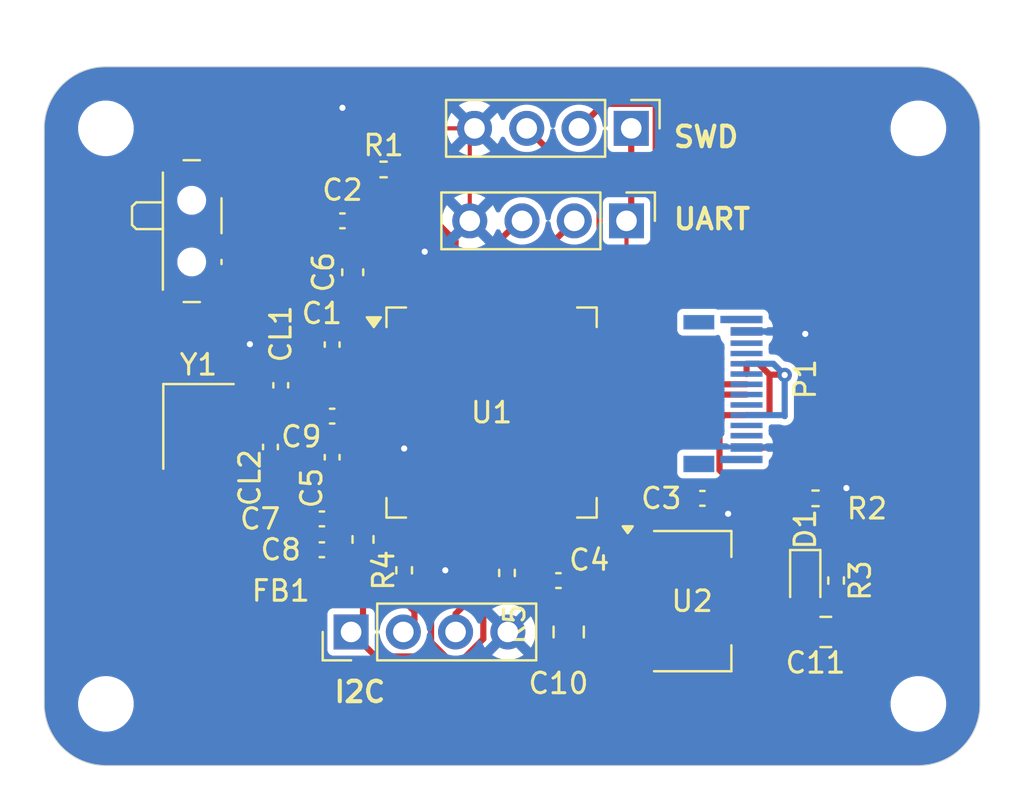
<source format=kicad_pcb>
(kicad_pcb (version 20241229) (generator "pcbnew") (generator_version "9.0")
  (layers (0 "F.Cu" signal) (2 "B.Cu" power) (13 "F.Paste" user) (15 "B.Paste" user) (5 "F.SilkS" user "F.Silkscreen") (7 "B.SilkS" user "B.Silkscreen") (1 "F.Mask" user) (3 "B.Mask" user) (25 "Edge.Cuts" user))
  (net 0 "")
  (net 1 "+3.3V")
  (net 2 "+3.3VA")
  (net 3 "/NRST")
  (net 4 "VBUS")
  (net 5 "GND")
  (net 6 "/HSE_OUT")
  (net 7 "/Power LED Cathode")
  (net 8 "/SYS_JTMS-SWDIO")
  (net 9 "/SYS_JTCK_SWCLK")
  (net 10 "/UART1_TX")
  (net 11 "/UART1_RX")
  (net 12 "/I2C2_SDA")
  (net 13 "/I2C2_SCL")
  (net 19 "/USB_OTG_FS_DM")
  (net 20 "/USB_OTG_FS_DP")
  (net 21 "Net-(SW1-A)")
  (net 22 "Net-(U1-BOOT0)")
  (net 66 "/HSE_IN")
  (footprint "Resistor_SMD:R_0402_1005Metric" (layer "F.Cu") (at 68.5 59 -90)
    (property "Reference" "R3")
    (property "Value" "1k5")
  )
  (footprint "Capacitor_SMD:C_0402_1005Metric" (layer "F.Cu") (at 41 52.5 -90)
    (property "Reference" "CL2")
    (property "Value" "10p")
  )
  (footprint "Capacitor_SMD:C_0805_2012Metric" (layer "F.Cu") (at 68 61.5)
    (property "Reference" "C11")
    (property "Value" "22u")
  )
  (footprint "Resistor_SMD:R_0402_1005Metric" (layer "F.Cu") (at 52.5 58.629084 90)
    (property "Reference" "R5")
    (property "Value" "1k5")
  )
  (footprint "Capacitor_SMD:C_0402_1005Metric" (layer "F.Cu") (at 44 51 180)
    (property "Reference" "C9")
    (property "Value" "100n")
  )
  (footprint "MountingHole:MountingHole_2.2mm_M2" (layer "F.Cu") (at 33 65)
    (property "Reference" "H1")
    (property "Value" "MountingHole")
  )
  (footprint "Capacitor_SMD:C_0402_1005Metric" (layer "F.Cu") (at 62 55)
    (property "Reference" "C3")
    (property "Value" "100n")
  )
  (footprint "Capacitor_SMD:C_0402_1005Metric" (layer "F.Cu") (at 41.5 49.5 90)
    (property "Reference" "CL1")
    (property "Value" "10p")
  )
  (footprint "Package_QFP:LQFP-64_10x10mm_P0.5mm" (layer "F.Cu") (at 51.75 50.825)
    (property "Reference" "U1")
    (property "Value" "STM32F405RGTx")
  )
  (footprint "Capacitor_SMD:C_0402_1005Metric" (layer "F.Cu") (at 44 47.52 -90)
    (property "Reference" "C1")
    (property "Value" "100n")
  )
  (footprint "Crystal:Crystal_SMD_3225-4Pin_3.2x2.5mm" (layer "F.Cu") (at 37.5 51.5 -90)
    (property "Reference" "Y1")
    (property "Value" "16Mhz")
  )
  (footprint "Resistor_SMD:R_0402_1005Metric" (layer "F.Cu") (at 47.5 58.5 -90)
    (property "Reference" "R4")
    (property "Value" "1k5")
  )
  (footprint "Package_TO_SOT_SMD:SOT-223-3_TabPin2" (layer "F.Cu") (at 61.5 60)
    (property "Reference" "U2")
    (property "Value" "AMS1117-3.3")
  )
  (footprint "Capacitor_SMD:C_0402_1005Metric" (layer "F.Cu") (at 55 59)
    (property "Reference" "C4")
    (property "Value" "100n")
  )
  (footprint "Capacitor_SMD:C_0402_1005Metric" (layer "F.Cu") (at 43.5 57.5 180)
    (property "Reference" "C8")
    (property "Value" "1u")
  )
  (footprint "Capacitor_SMD:C_0805_2012Metric" (layer "F.Cu") (at 55.5 61.5 -90)
    (property "Reference" "C10")
    (property "Value" "22u")
  )
  (footprint "MountingHole:MountingHole_2.2mm_M2" (layer "F.Cu") (at 72.5 65)
    (property "Reference" "H2")
    (property "Value" "MountingHole")
  )
  (footprint "Connector_USB:USB_C_Plug_JAE_DX07P024AJ1" (layer "F.Cu") (at 63 49.7025 90)
    (property "Reference" "P1")
    (property "Value" "USB_C_Plug_USB2.0")
  )
  (footprint "Connector_PinHeader_2.54mm:PinHeader_1x04_P2.54mm_Vertical" (layer "F.Cu") (at 58.54 37 -90)
    (property "Reference" "J1")
    (property "Value" "Conn_01x04_Pin")
  )
  (footprint "Button_Switch_SMD:SW_SPDT_PCM12" (layer "F.Cu") (at 37.5 42 -90)
    (property "Reference" "SW1")
    (property "Value" "SW_SPDT")
  )
  (footprint "LED_SMD:LED_0603_1608Metric" (layer "F.Cu") (at 67 59 -90)
    (property "Reference" "D1")
    (property "Value" "RED")
  )
  (footprint "Capacitor_SMD:C_0603_1608Metric" (layer "F.Cu") (at 45 44 90)
    (property "Reference" "C6")
    (property "Value" "10u")
  )
  (footprint "Capacitor_SMD:C_0402_1005Metric" (layer "F.Cu") (at 43.5 56 180)
    (property "Reference" "C7")
    (property "Value" "1u")
  )
  (footprint "Resistor_SMD:R_0402_1005Metric" (layer "F.Cu") (at 67.5 55)
    (property "Reference" "R2")
    (property "Value" "5k1")
  )
  (footprint "MountingHole:MountingHole_2.2mm_M2" (layer "F.Cu") (at 33 37)
    (property "Reference" "H4")
    (property "Value" "MountingHole")
  )
  (footprint "Capacitor_SMD:C_0402_1005Metric" (layer "F.Cu") (at 44 53 90)
    (property "Reference" "C5")
    (property "Value" "10n")
  )
  (footprint "Inductor_SMD:L_0603_1608Metric" (layer "F.Cu") (at 45.5 57 -90)
    (property "Reference" "FB1")
    (property "Value" "FerriteBead")
  )
  (footprint "Connector_PinHeader_2.54mm:PinHeader_1x04_P2.54mm_Vertical" (layer "F.Cu") (at 58.31 41.5 -90)
    (property "Reference" "J2")
    (property "Value" "Conn_01x04_Pin")
  )
  (footprint "Capacitor_SMD:C_0402_1005Metric" (layer "F.Cu") (at 44.5 41.5 180)
    (property "Reference" "C2")
    (property "Value" "100n")
  )
  (footprint "Resistor_SMD:R_0402_1005Metric" (layer "F.Cu") (at 46.5 39)
    (property "Reference" "R1")
    (property "Value" "10K")
  )
  (footprint "MountingHole:MountingHole_2.2mm_M2" (layer "F.Cu") (at 72.5 37)
    (property "Reference" "H3")
    (property "Value" "MountingHole")
  )
  (footprint "Connector_PinHeader_2.54mm:PinHeader_1x04_P2.54mm_Vertical" (layer "F.Cu") (at 44.92 61.5 90)
    (property "Reference" "J3")
    (property "Value" "Conn_01x04_Pin")
  )
  (gr_arc (start 33 68) (mid 30.87868 67.12132) (end 30 65) (stroke (width 0.05)) (layer "Edge.Cuts"))
  (gr_arc (start 75.5 65) (mid 74.62132 67.12132) (end 72.5 68) (stroke (width 0.05)) (layer "Edge.Cuts"))
  (gr_line (start 75.5 40.5) (end 75.5 37) (stroke (width 0.05)) (layer "Edge.Cuts"))
  (gr_line (start 30 37) (end 30 65) (stroke (width 0.05)) (layer "Edge.Cuts"))
  (gr_line (start 33 68) (end 72.5 68) (stroke (width 0.05)) (layer "Edge.Cuts"))
  (gr_line (start 68 34) (end 33 34) (stroke (width 0.05)) (layer "Edge.Cuts"))
  (gr_arc (start 72.5 34) (mid 74.62132 34.87868) (end 75.5 37) (stroke (width 0.05)) (layer "Edge.Cuts"))
  (gr_arc (start 30 37) (mid 30.87868 34.87868) (end 33 34) (stroke (width 0.05)) (layer "Edge.Cuts"))
  (gr_line (start 75.5 61) (end 75.5 40.5) (stroke (width 0.05)) (layer "Edge.Cuts"))
  (gr_line (start 75.5 61) (end 75.5 65) (stroke (width 0.05)) (layer "Edge.Cuts"))
  (gr_line (start 68 34) (end 72.5 34) (stroke (width 0.05)) (layer "Edge.Cuts"))
  (gr_text "SWD\n" (at 60.5 38 0) (layer "F.SilkS") (effects (font (size 1 1) (thickness 0.2)) (justify left bottom)))
  (gr_text "UART" (at 60.5 42 0) (layer "F.SilkS") (effects (font (size 1 1) (thickness 0.2) (bold yes)) (justify left bottom)))
  (gr_text "I2C" (at 44 65 0) (layer "F.SilkS") (effects (font (size 1 1) (thickness 0.2) (bold yes)) (justify left bottom)))
  (segment (start 51.249392 46.266) (end 50.750608 46.266) (width 0.3) (layer "F.Cu") (net 1))
  (segment (start 48.75 46.265392) (end 48.749392 46.266) (width 0.3) (layer "F.Cu") (net 1))
  (segment (start 56.492304 55.007696) (end 56.309 54.824392) (width 0.3) (layer "F.Cu") (net 1))
  (segment (start 48.250608 46.266) (end 48.009 46.024392) (width 0.3) (layer "F.Cu") (net 1))
  (segment (start 50.249392 57.616) (end 49.750608 57.616) (width 0.3) (layer "F.Cu") (net 1))
  (segment (start 53.249392 46.266) (end 52.750608 46.266) (width 0.3) (layer "F.Cu") (net 1))
  (segment (start 52.25 46.265392) (end 52.249392 46.266) (width 0.3) (layer "F.Cu") (net 1))
  (segment (start 51.750608 46.266) (end 51.75 46.265392) (width 0.3) (layer "F.Cu") (net 1))
  (segment (start 55.5 56) (end 56.492304 55.007696) (width 0.3) (layer "F.Cu") (net 1))
  (segment (start 44.775 45) (end 45 44.775) (width 0.3) (layer "F.Cu") (net 1))
  (segment (start 48.809 61.993329) (end 48.809 58.799) (width 0.3) (layer "F.Cu") (net 1))
  (segment (start 52.750608 46.266) (end 52.75 46.265392) (width 0.3) (layer "F.Cu") (net 1))
  (segment (start 50 59.5) (end 51 58.5) (width 0.3) (layer "F.Cu") (net 1))
  (segment (start 49.250608 46.266) (end 49.25 46.265392) (width 0.3) (layer "F.Cu") (net 1))
  (segment (start 67 59.7875) (end 64.8625 59.7875) (width 0.3) (layer "F.Cu") (net 1))
  (segment (start 48.505 58.495) (end 48 57.99) (width 0.3) (layer "F.Cu") (net 1))
  (segment (start 58.31 41.5) (end 58.31 46.19) (width 0.2) (layer "F.Cu") (net 1))
  (segment (start 58.35 60) (end 58.218188 60) (width 0.5) (layer "F.Cu") (net 1))
  (segment (start 56.309 47.325608) (end 56.559608 47.075) (width 0.3) (layer "F.Cu") (net 1))
  (segment (start 48 57.99) (end 47.5 57.99) (width 0.3) (layer "F.Cu") (net 1))
  (segment (start 50.249392 46.266) (end 49.750608 46.266) (width 0.3) (layer "F.Cu") (net 1))
  (segment (start 54.52 58.345392) (end 55.5 57.365392) (width 0.3) (layer "F.Cu") (net 1))
  (segment (start 54.52 59) (end 54.52 58.345392) (width 0.3) (layer "F.Cu") (net 1))
  (segment (start 67 59.7875) (end 67 61.45) (width 0.3) (layer "F.Cu") (net 1))
  (segment (start 48.009 46.024392) (end 48.009 46.006392) (width 0.3) (layer "F.Cu") (net 1))
  (segment (start 49.750608 57.616) (end 49.75 57.615392) (width 0.3) (layer "F.Cu") (net 1))
  (segment (start 58.31 46.19) (end 57.425 47.075) (width 0.2) (layer "F.Cu") (net 1))
  (segment (start 48.749392 46.266) (end 48.250608 46.266) (width 0.3) (layer "F.Cu") (net 1))
  (segment (start 50.75 46.265392) (end 50.749392 46.266) (width 0.3) (layer "F.Cu") (net 1))
  (segment (start 39.68 45) (end 44.775 45) (width 0.3) (layer "F.Cu") (net 1))
  (segment (start 53.250608 46.266) (end 53.25 46.265392) (width 0.3) (layer "F.Cu") (net 1))
  (segment (start 54.25 46.265392) (end 54.249392 46.266) (width 0.3) (layer "F.Cu") (net 1))
  (segment (start 52.5 59.139084) (end 51.349 60.290084) (width 0.3) (layer "F.Cu") (net 1))
  (segment (start 52.5 59.139084) (end 54.380916 59.139084) (width 0.3) (layer "F.Cu") (net 1))
  (segment (start 64.8625 59.7875) (end 64.65 60) (width 0.3) (layer "F.Cu") (net 1))
  (segment (start 49.750608 46.266) (end 49.75 46.265392) (width 0.3) (layer "F.Cu") (net 1))
  (segment (start 43.98 57.5) (end 45.2125 57.5) (width 0.3) (layer "F.Cu") (net 1))
  (segment (start 61.52 56.83) (end 58.35 60) (width 0.3) (layer "F.Cu") (net 1))
  (segment (start 50.250608 46.266) (end 50.25 46.265392) (width 0.3) (layer "F.Cu") (net 1))
  (segment (start 57.009 61.341) (end 57.009 62.971578) (width 0.3) (layer "F.Cu") (net 1))
  (segment (start 58.54 37) (end 58.54 41.27) (width 0.3) (layer "F.Cu") (net 1))
  (segment (start 38.829 44.351) (end 38.93 44.25) (width 0.3) (layer "F.Cu") (net 1))
  (segment (start 54.75 46.265392) (end 54.749392 46.266) (width 0.3) (layer "F.Cu") (net 1))
  (segment (start 50.25 46.265392) (end 50.249392 46.266) (width 0.3) (layer "F.Cu") (net 1))
  (segment (start 57.81 41) (end 58.501 41.691) (width 0.2) (layer "F.Cu") (net 1))
  (segment (start 36.319 43.852496) (end 36.817504 44.351) (width 0.3) (layer "F.Cu") (net 1))
  (segment (start 58.485884 55) (end 58.419884 55.066) (width 0.3) (layer "F.Cu") (net 1))
  (segment (start 52.249392 46.266) (end 51.750608 46.266) (width 0.3) (layer "F.Cu") (net 1))
  (segment (start 52.749392 46.266) (end 52.250608 46.266) (width 0.3) (layer "F.Cu") (net 1))
  (segment (start 54.750608 46.266) (end 54.75 46.265392) (width 0.3) (layer "F.Cu") (net 1))
  (segment (start 52.250608 46.266) (end 52.25 46.265392) (width 0.3) (layer "F.Cu") (net 1))
  (segment (start 45.04 46.04) (end 46.075 47.075) (width 0.3) (layer "F.Cu") (net 1))
  (segment (start 46.075 47.075) (end 46.940392 47.075) (width 0.3) (layer "F.Cu") (net 1))
  (segment (start 45.2125 57.5) (end 45.5 57.7875) (width 0.3) (layer "F.Cu") (net 1))
  (segment (start 56.309 47.325608) (end 56.309 46.266) (width 0.3) (layer "F.Cu") (net 1))
  (segment (start 61.52 55) (end 61.52 56.83) (width 0.3) (layer "F.Cu") (net 1))
  (segment (start 49.749392 57.616) (end 49.250608 57.616) (width 0.3) (layer "F.Cu") (net 1))
  (segment (start 48.799 58.799) (end 48.495 58.495) (width 0.3) (layer "F.Cu") (net 1))
  (segment (start 45 44.775) (end 45.1375 44.6375) (width 0.3) (layer "F.Cu") (net 1))
  (segment (start 51.250608 46.266) (end 51.25 46.265392) (width 0.3) (layer "F.Cu") (net 1))
  (segment (start 44.98 41.190001) (end 44.638999 40.849) (width 0.3) (layer "F.Cu") (net 1))
  (segment (start 50.25 57.615392) (end 50.249392 57.616) (width 0.3) (layer "F.Cu") (net 1))
  (segment (start 50.75 57.615392) (end 50.749392 57.616) (width 0.3) (layer "F.Cu") (net 1))
  (segment (start 36.817504 44.351) (end 38.829 44.351) (width 0.3) (layer "F.Cu") (net 1))
  (segment (start 67 61.45) (end 67.05 61.5) (width 0.3) (layer "F.Cu") (net 1))
  (segment (start 56.559608 47.075) (end 57.425 47.075) (width 0.3) (layer "F.Cu") (net 1))
  (segment (start 49.249392 46.266) (end 48.750608 46.266) (width 0.3) (layer "F.Cu") (net 1))
  (segment (start 61.52 55) (end 58.485884 55) (width 0.3) (layer "F.Cu") (net 1))
  (segment (start 53.25 46.265392) (end 53.249392 46.266) (width 0.3) (layer "F.Cu") (net 1))
  (segment (start 55.5 56.5) (end 55.5 56) (width 0.3) (layer "F.Cu") (net 1))
  (segment (start 48.809 61.993329) (end 48.111329 62.691) (width 0.3) (layer "F.Cu") (net 1))
  (segment (start 44.638999 40.849) (end 38.617504 40.849) (width 0.3) (layer "F.Cu") (net 1))
  (segment (start 50.750608 46.266) (end 50.75 46.265392) (width 0.3) (layer "F.Cu") (net 1))
  (segment (start 54.52 58.965884) (end 54.52 59) (width 0.3) (layer "F.Cu") (net 1))
  (segment (start 44.035 47.075) (end 44 47.04) (width 0.2) (layer "F.Cu") (net 1))
  (segment (start 51.749392 46.266) (end 51.250608 46.266) (width 0.3) (layer "F.Cu") (net 1))
  (segment (start 44.98 41.5) (end 44.98 41.190001) (width 0.3) (layer "F.Cu") (net 1))
  (segment (start 58.35 60) (end 57.009 61.341) (width 0.3) (layer "F.Cu") (net 1))
  (segment (start 50.184329 63) (end 49.815671 63) (width 0.3) (layer "F.Cu") (net 1))
  (segment (start 50.749392 46.266) (end 50.250608 46.266) (width 0.3) (layer "F.Cu") (net 1))
  (segment (start 38.93 44.25) (end 39.68 45) (width 0.3) (layer "F.Cu") (net 1))
  (segment (start 61.15 63.5) (end 64.65 60) (width 0.3) (layer "F.Cu") (net 1))
  (segment (start 58.419884 55.066) (end 56.550608 55.066) (width 0.3) (layer "F.Cu") (net 1))
  (segment (start 47.99 57.99) (end 49.5 59.5) (width 0.3) (layer "F.Cu") (net 1))
  (segment (start 49.75 46.265392) (end 49.749392 46.266) (width 0.3) (layer "F.Cu") (net 1))
  (segment (start 56.550608 55.066) (end 56.492304 55.007696) (width 0.3) (layer "F.Cu") (net 1))
  (segment (start 51.75 46.265392) (end 51.749392 46.266) (width 0.3) (layer "F.Cu") (net 1))
  (segment (start 54.380916 59.139084) (end 54.52 59) (width 0.3) (layer "F.Cu") (net 1))
  (segment (start 53.75 46.265392) (end 53.749392 46.266) (width 0.3) (layer "F.Cu") (net 1))
  (segment (start 45 46.04) (end 44 47.04) (width 0.3) (layer "F.Cu") (net 1))
  (segment (start 53.749392 46.266) (end 53.250608 46.266) (width 0.3) (layer "F.Cu") (net 1))
  (segment (start 48.111329 62.691) (end 46.111 62.691) (width 0.3) (layer "F.Cu") (net 1))
  (segment (start 51 57.616) (end 50.750608 57.616) (width 0.3) (layer "F.Cu") (net 1))
  (segment (start 49.009 57.374392) (end 49.009 56.509) (width 0.3) (layer "F.Cu") (net 1))
  (segment (start 45.5 60.92) (end 44.92 61.5) (width 0.3) (layer "F.Cu") (net 1))
  (segment (start 52.75 46.265392) (end 52.749392 46.266) (width 0.3) (layer "F.Cu") (net 1))
  (segment (start 38.617504 40.849) (end 36.319 43.147504) (width 0.3) (layer "F.Cu") (net 1))
  (segment (start 56.309 46.266) (end 54.750608 46.266) (width 0.3) (layer "F.Cu") (net 1))
  (segment (start 54.249392 46.266) (end 53.750608 46.266) (width 0.3) (layer "F.Cu") (net 1))
  (segment (start 48.750608 46.266) (end 48.75 46.265392) (width 0.3) (layer "F.Cu") (net 1))
  (segment (start 45 46.04) (end 45.04 46.04) (width 0.3) (layer "F.Cu") (net 1))
  (segment (start 49.749392 46.266) (end 49.250608 46.266) (width 0.3) (layer "F.Cu") (net 1))
  (segment (start 36.319 43.147504) (end 36.319 43.852496) (width 0.3) (layer "F.Cu") (net 1))
  (segment (start 49.009 56.509) (end 49 56.5) (width 0.3) (layer "F.Cu") (net 1))
  (segment (start 54.52 59.034116) (end 54.52 59) (width 0.3) (layer "F.Cu") (net 1))
  (segment (start 49.5 59.5) (end 50 59.5) (width 0.3) (layer "F.Cu") (net 1))
  (segment (start 51.25 46.265392) (end 51.249392 46.266) (width 0.3) (layer "F.Cu") (net 1))
  (segment (start 50.250608 57.616) (end 50.25 57.615392) (width 0.3) (layer "F.Cu") (net 1))
  (segment (start 54.749392 46.266) (end 54.250608 46.266) (width 0.3) (layer "F.Cu") (net 1))
  (segment (start 51.349 60.290084) (end 51.349 61.835329) (width 0.3) (layer "F.Cu") (net 1))
  (segment (start 57.537422 63.5) (end 61.15 63.5) (width 0.3) (layer "F.Cu") (net 1))
  (segment (start 48.009 46.006392) (end 48 46.015392) (width 0.3) (layer "F.Cu") (net 1))
  (segment (start 56.309 54.824392) (end 56.309 47.325608) (width 0.3) (layer "F.Cu") (net 1))
  (segment (start 49.250608 57.616) (end 49.009 57.374392) (width 0.3) (layer "F.Cu") (net 1))
  (segment (start 58.54 41.27) (end 58.31 41.5) (width 0.3) (layer "F.Cu") (net 1))
  (segment (start 58.35 60) (end 58.001 59.651) (width 0.3) (layer "F.Cu") (net 1))
  (segment (start 55.5 57.365392) (end 55.5 56.5) (width 0.3) (layer "F.Cu") (net 1))
  (segment (start 46.940392 47.075) (end 48 46.015392) (width 0.3) (layer "F.Cu") (net 1))
  (segment (start 53.750608 46.266) (end 53.75 46.265392) (width 0.3) (layer "F.Cu") (net 1))
  (segment (start 57.009 62.971578) (end 57.537422 63.5) (width 0.3) (layer "F.Cu") (net 1))
  (segment (start 50.750608 57.616) (end 50.75 57.615392) (width 0.3) (layer "F.Cu") (net 1))
  (segment (start 50.749392 57.616) (end 50.250608 57.616) (width 0.3) (layer "F.Cu") (net 1))
  (segment (start 49.25 46.265392) (end 49.249392 46.266) (width 0.3) (layer "F.Cu") (net 1))
  (segment (start 54.250608 46.266) (end 54.25 46.265392) (width 0.3) (layer "F.Cu") (net 1))
  (segment (start 49.815671 63) (end 48.809 61.993329) (width 0.3) (layer "F.Cu") (net 1))
  (segment (start 51 58.5) (end 51 57.616) (width 0.3) (layer "F.Cu") (net 1))
  (segment (start 45 44.775) (end 45 46.04) (width 0.3) (layer "F.Cu") (net 1))
  (segment (start 51.349 61.835329) (end 50.184329 63) (width 0.3) (layer "F.Cu") (net 1))
  (segment (start 48 46.015392) (end 48 45.15) (width 0.3) (layer "F.Cu") (net 1))
  (segment (start 45.5 57.7875) (end 45.5 60.92) (width 0.3) (layer "F.Cu") (net 1))
  (segment (start 46.111 62.691) (end 44.92 61.5) (width 0.3) (layer "F.Cu") (net 1))
  (segment (start 49.75 57.615392) (end 49.749392 57.616) (width 0.3) (layer "F.Cu") (net 1))
  (segment (start 44 53.48) (end 44.309999 53.48) (width 0.3) (layer "F.Cu") (net 2))
  (segment (start 43.98 56) (end 43.98 53.5) (width 0.3) (layer "F.Cu") (net 2))
  (segment (start 43.98 53.5) (end 44 53.48) (width 0.3) (layer "F.Cu") (net 2))
  (segment (start 44.714999 53.075) (end 46.075 53.075) (width 0.3) (layer "F.Cu") (net 2))
  (segment (start 45.2875 56) (end 45.5 56.2125) (width 0.3) (layer "F.Cu") (net 2))
  (segment (start 44.309999 53.48) (end 44.714999 53.075) (width 0.3) (layer "F.Cu") (net 2))
  (segment (start 43.98 56) (end 45.2875 56) (width 0.3) (layer "F.Cu") (net 2))
  (segment (start 44.48 50.690001) (end 45.095001 50.075) (width 0.3) (layer "F.Cu") (net 3))
  (segment (start 45.095001 50.075) (end 46.075 50.075) (width 0.3) (layer "F.Cu") (net 3))
  (segment (start 44.48 51) (end 44.48 50.690001) (width 0.3) (layer "F.Cu") (net 3))
  (segment (start 62.8315 51.1815) (end 63.0605 50.9525) (width 0.3) (layer "F.Cu") (net 4))
  (segment (start 54.434 62.951728) (end 55.473272 63.991) (width 0.3) (layer "F.Cu") (net 4))
  (segment (start 66.126728 63.991) (end 67.891 62.226728) (width 0.3) (layer "F.Cu") (net 4))
  (segment (start 64.203 56.447) (end 64.203 55) (width 0.2) (layer "F.Cu") (net 4))
  (segment (start 62.8315 53.6285) (end 64.203 55) (width 0.3) (layer "F.Cu") (net 4))
  (segment (start 55.473272 63.991) (end 66.126728 63.991) (width 0.3) (layer "F.Cu") (net 4))
  (segment (start 64.7345 48.4525) (end 65.2635 48.9815) (width 0.3) (layer "F.Cu") (net 4))
  (segment (start 58.25 62.3) (end 58.35 62.3) (width 0.2) (layer "F.Cu") (net 4))
  (segment (start 64.1475 48.4525) (end 64.1475 48.9525) (width 0.3) (layer "F.Cu") (net 4))
  (segment (start 66.184 58.669168) (end 66.184 55.806) (width 0.3) (layer "F.Cu") (net 4))
  (segment (start 58.35 62.3) (end 58.576 62.526) (width 0.2) (layer "F.Cu") (net 4))
  (segment (start 62.8315 51.1815) (end 62.8315 53.6285) (width 0.3) (layer "F.Cu") (net 4))
  (segment (start 64.1475 48.4525) (end 64.7345 48.4525) (width 0.3) (layer "F.Cu") (net 4))
  (segment (start 67.485168 59) (end 66.514832 59) (width 0.3) (layer "F.Cu") (net 4))
  (segment (start 58.35 62.3) (end 64.203 56.447) (width 0.2) (layer "F.Cu") (net 4))
  (segment (start 65.2635 48.9815) (end 65.2635 50.9235) (width 0.3) (layer "F.Cu") (net 4))
  (segment (start 67.891 60.319168) (end 67.816 60.244168) (width 0.3) (layer "F.Cu") (net 4))
  (segment (start 67.816 60.244168) (end 67.816 59.330832) (width 0.3) (layer "F.Cu") (net 4))
  (segment (start 67.891 62.226728) (end 67.891 60.319168) (width 0.3) (layer "F.Cu") (net 4))
  (segment (start 63.0605 50.9525) (end 64.1475 50.9525) (width 0.3) (layer "F.Cu") (net 4))
  (segment (start 66.514832 59) (end 66.184 58.669168) (width 0.3) (layer "F.Cu") (net 4))
  (segment (start 67.816 59.330832) (end 67.485168 59) (width 0.3) (layer "F.Cu") (net 4))
  (segment (start 65.2345 50.9525) (end 64.1475 50.9525) (width 0.3) (layer "F.Cu") (net 4))
  (segment (start 65.2635 50.9235) (end 65.2345 50.9525) (width 0.3) (layer "F.Cu") (net 4))
  (segment (start 65.9815 48.9815) (end 66 49) (width 0.3) (layer "F.Cu") (net 4))
  (segment (start 65.2635 48.9815) (end 65.9815 48.9815) (width 0.3) (layer "F.Cu") (net 4))
  (segment (start 55.5 60.55) (end 54.434 61.616) (width 0.3) (layer "F.Cu") (net 4))
  (segment (start 54.434 61.616) (end 54.434 62.951728) (width 0.3) (layer "F.Cu") (net 4))
  (segment (start 64.203 55) (end 66.99 55) (width 0.3) (layer "F.Cu") (net 4))
  (segment (start 66.184 55.806) (end 66.99 55) (width 0.3) (layer "F.Cu") (net 4))
  (via (at 66 49) (size 0.7) (drill 0.3) (layers "F.Cu" "B.Cu") (net 4))
  (segment (start 66 49) (end 66 51) (width 0.3) (layer "B.Cu") (net 4))
  (segment (start 65.9525 50.9525) (end 64.1475 50.9525) (width 0.3) (layer "B.Cu") (net 4))
  (segment (start 64.1475 48.4525) (end 65.4525 48.4525) (width 0.3) (layer "B.Cu") (net 4))
  (segment (start 65.4525 48.4525) (end 66 49) (width 0.3) (layer "B.Cu") (net 4))
  (segment (start 66 51) (end 65.9525 50.9525) (width 0.3) (layer "B.Cu") (net 4))
  (segment (start 48.5 45.15) (end 48.5 44.284608) (width 0.3) (layer "F.Cu") (net 5))
  (segment (start 63.25 55.75) (end 62.5 55) (width 0.3) (layer "F.Cu") (net 5))
  (segment (start 48.5 44.284608) (end 47.440392 43.225) (width 0.3) (layer "F.Cu") (net 5))
  (segment (start 44 52.52) (end 43.52 52.04) (width 0.3) (layer "F.Cu") (net 5))
  (segment (start 68.51 54.99) (end 68.51 55.49) (width 0.3) (layer "F.Cu") (net 5))
  (segment (start 54.331 59.709) (end 52.54 61.5) (width 0.3) (layer "F.Cu") (net 5))
  (segment (start 52.54 61.5) (end 52.54 61.46) (width 0.2) (layer "F.Cu") (net 5))
  (segment (start 64.1475 52.5275) (end 65.5375 52.5275) (width 0.3) (layer "F.Cu") (net 5))
  (segment (start 43.52 52.04) (end 43.52 51) (width 0.3) (layer "F.Cu") (net 5))
  (segment (start 50.92 37) (end 44.5 37) (width 0.2) (layer "F.Cu") (net 5))
  (segment (start 40.18 41.5) (end 38.93 42.75) (width 0.3) (layer "F.Cu") (net 5))
  (segment (start 43.02 56) (end 43.02 57.5) (width 0.3) (layer "F.Cu") (net 5))
  (segment (start 54.805116 59.709) (end 54.331 59.709) (width 0.3) (layer "F.Cu") (net 5))
  (segment (start 41.5 49.02) (end 41.5 49) (width 0.3) (layer "F.Cu") (net 5))
  (segment (start 56.566 59.806001) (end 56.566 61.051728) (width 0.3) (layer "F.Cu") (net 5))
  (segment (start 34.6 52.6) (end 34.5 52.5) (width 0.3) (layer "F.Cu") (net 5))
  (segment (start 43.52 52.04) (end 43.52 52.48) (width 0.3) (layer "F.Cu") (net 5))
  (segment (start 55.48 59) (end 57.05 59) (width 0.3) (layer "F.Cu") (net 5))
  (segment (start 41.5 49.02) (end 39.73 49.02) (width 0.3) (layer "F.Cu") (net 5))
  (segment (start 47.440392 43.225) (end 45 43.225) (width 0.3) (layer "F.Cu") (net 5))
  (segment (start 34.5 48.5) (end 39.21 48.5) (width 0.3) (layer "F.Cu") (net 5))
  (segment (start 39.73 49.02) (end 38.35 50.4) (width 0.3) (layer "F.Cu") (net 5))
  (segment (start 44.98 43.205) (end 45 43.225) (width 0.2) (layer "F.Cu") (net 5))
  (segment (start 42 53.48) (end 42.5 52.98) (width 0.3) (layer "F.Cu") (net 5))
  (segment (start 48.5 57.55977) (end 49.44023 58.5) (width 0.3) (layer "F.Cu") (net 5))
  (segment (start 68.5 59.51) (end 69.161 58.849) (width 0.3) (layer "F.Cu") (net 5))
  (segment (start 62.5 55) (end 62.48 55) (width 0.3) (layer "F.Cu") (net 5))
  (segment (start 55.48 59) (end 55.759999 59) (width 0.3) (layer "F.Cu") (net 5))
  (segment (start 43.02 52.98) (end 42.5 52.98) (width 0.3) (layer "F.Cu") (net 5))
  (segment (start 69 54.5) (end 68.51 54.99) (width 0.3) (layer "F.Cu") (net 5))
  (segment (start 42.5 52.98) (end 41 52.98) (width 0.3) (layer "F.Cu") (net 5))
  (segment (start 55.759999 59) (end 56.566 59.806001) (width 0.3) (layer "F.Cu") (net 5))
  (segment (start 50.92 41.27) (end 50.69 41.5) (width 0.2) (layer "F.Cu") (net 5))
  (segment (start 52.99 61.95) (end 52.54 61.5) (width 0.3) (layer "F.Cu") (net 5))
  (segment (start 42.52 48) (end 41.5 49.02) (width 0.3) (layer "F.Cu") (net 5))
  (segment (start 34.5 52.5) (end 34.5 48.5) (width 0.3) (layer "F.Cu") (net 5))
  (segment (start 47.5 52.575) (end 46.075 52.575) (width 0.3) (layer "F.Cu") (net 5))
  (segment (start 69 54.5) (end 68.51 54.5) (width 0.3) (layer "F.Cu") (net 5))
  (segment (start 50.69 41.5) (end 50.69 37.23) (width 0.2) (layer "F.Cu") (net 5))
  (segment (start 41.5 49) (end 40 47.5) (width 0.3) (layer "F.Cu") (net 5))
  (segment (start 48.5 57.503092) (end 48.518 57.521092) (width 0.3) (layer "F.Cu") (net 5))
  (segment (start 68.95 61.5) (end 68.95 59.96) (width 0.3) (layer "F.Cu") (net 5))
  (segment (start 68.51 54.5) (end 68.01 55) (width 0.3) (layer "F.Cu") (net 5))
  (segment (start 44.02 41.5) (end 40.18 41.5) (width 0.3) (layer "F.Cu") (net 5))
  (segment (start 55.48 59.034116) (end 54.805116 59.709) (width 0.3) (layer "F.Cu") (net 5))
  (segment (start 39.21 48.5) (end 39.73 49.02) (width 0.3) (layer "F.Cu") (net 5))
  (segment (start 55.48 59) (end 55.48 59.034116) (width 0.3) (layer "F.Cu") (net 5))
  (segment (start 57.05 59) (end 58.35 57.7) (width 0.3) (layer "F.Cu") (net 5))
  (segment (start 65.5375 52.5275) (end 68.01 55) (width 0.3) (layer "F.Cu") (net 5))
  (segment (start 44.5 37) (end 44.5 36) (width 0.2) (layer "F.Cu") (net 5))
  (segment (start 43.52 52.48) (end 43.02 52.98) (width 0.3) (layer "F.Cu") (net 5))
  (segment (start 66.8775 46.8775) (end 67 47) (width 0.3) (layer "F.Cu") (net 5))
  (segment (start 43.02 56) (end 42 56) (width 0.3) (layer "F.Cu") (net 5))
  (segment (start 68.95 59.96) (end 68.5 59.51) (width 0.3) (layer "F.Cu") (net 5))
  (segment (start 64.1475 46.8775) (end 66.8775 46.8775) (width 0.3) (layer "F.Cu") (net 5))
  (segment (start 56.566 61.051728) (end 55.5 62.117728) (width 0.3) (layer "F.Cu") (net 5))
  (segment (start 50.69 37.23) (end 50.92 37) (width 0.2) (layer "F.Cu") (net 5))
  (segment (start 55.5 62.117728) (end 55.5 62.45) (width 0.3) (layer "F.Cu") (net 5))
  (segment (start 42 56) (end 42 53.48) (width 0.3) (layer "F.Cu") (net 5))
  (segment (start 44 48) (end 42.52 48) (width 0.3) (layer "F.Cu") (net 5))
  (segment (start 36.65 52.6) (end 34.6 52.6) (width 0.3) (layer "F.Cu") (net 5))
  (segment (start 48.5 56.5) (end 48.5 57.503092) (width 0.3) (layer "F.Cu") (net 5))
  (segment (start 69.161 58.849) (end 69.161 56.161) (width 0.3) (layer "F.Cu") (net 5))
  (segment (start 68.51 55.49) (end 68.5 55.5) (width 0.3) (layer "F.Cu") (net 5))
  (segment (start 44.055 52.575) (end 44 52.52) (width 0.3) (layer "F.Cu") (net 5))
  (segment (start 44.02 41.5) (end 44.02 42.245) (width 0.3) (layer "F.Cu") (net 5))
  (segment (start 48.5 57.503092) (end 48.5 57.55977) (width 0.3) (layer "F.Cu") (net 5))
  (segment (start 69.161 56.161) (end 68.5 55.5) (width 0.3) (layer "F.Cu") (net 5))
  (segment (start 49.44023 58.5) (end 49.5 58.5) (width 0.3) (layer "F.Cu") (net 5))
  (segment (start 46.075 52.575) (end 44.055 52.575) (width 0.3) (layer "F.Cu") (net 5))
  (segment (start 44.02 42.245) (end 45 43.225) (width 0.3) (layer "F.Cu") (net 5))
  (segment (start 48.5 45.15) (end 48.5 43) (width 0.3) (layer "F.Cu") (net 5))
  (via (at 67 47) (size 0.7) (drill 0.3) (layers "F.Cu" "B.Cu") (net 5))
  (via (at 69 54.5) (size 0.7) (drill 0.3) (layers "F.Cu" "B.Cu") (net 5))
  (via (at 47.5 52.575) (size 0.7) (drill 0.3) (layers "F.Cu" "B.Cu") (net 5))
  (via (at 49.5 58.5) (size 0.7) (drill 0.3) (layers "F.Cu" "B.Cu") (net 5))
  (via (at 40 47.5) (size 0.7) (drill 0.3) (layers "F.Cu" "B.Cu") (net 5))
  (via (at 48.5 43) (size 0.7) (drill 0.3) (layers "F.Cu" "B.Cu") (net 5))
  (via (at 63.25 55.75) (size 0.7) (drill 0.3) (layers "F.Cu" "B.Cu") (net 5))
  (via (at 44.5 36) (size 0.7) (drill 0.3) (layers "F.Cu" "B.Cu") (net 5))
  (segment (start 66.8775 46.8775) (end 67 47) (width 0.3) (layer "B.Cu") (net 5))
  (segment (start 64.1475 46.8775) (end 66.8775 46.8775) (width 0.3) (layer "B.Cu") (net 5))
  (segment (start 38.93 52.02) (end 38.35 52.6) (width 0.2) (layer "F.Cu") (net 6))
  (segment (start 46.075 49.575) (end 43.445 49.575) (width 0.2) (layer "F.Cu") (net 6))
  (segment (start 41 52.02) (end 38.93 52.02) (width 0.2) (layer "F.Cu") (net 6))
  (segment (start 43.445 49.575) (end 41 52.02) (width 0.2) (layer "F.Cu") (net 6))
  (segment (start 46.075 49.575) (end 46.026 49.526) (width 0.2) (layer "F.Cu") (net 6))
  (segment (start 67 58.2125) (end 68.2225 58.2125) (width 0.3) (layer "F.Cu") (net 7))
  (segment (start 68.2225 58.2125) (end 68.5 58.49) (width 0.3) (layer "F.Cu") (net 7))
  (segment (start 59.731 46.634392) (end 59.731 35.809) (width 0.3) (layer "F.Cu") (net 8))
  (segment (start 57.191 35.809) (end 56 37) (width 0.3) (layer "F.Cu") (net 8))
  (segment (start 57.425 48.075) (end 58.290392 48.075) (width 0.3) (layer "F.Cu") (net 8))
  (segment (start 59.731 35.809) (end 57.191 35.809) (width 0.3) (layer "F.Cu") (net 8))
  (segment (start 58.290392 48.075) (end 59.731 46.634392) (width 0.3) (layer "F.Cu") (net 8))
  (segment (start 53.46 37) (end 57 40.54) (width 0.3) (layer "F.Cu") (net 9))
  (segment (start 57 43.65) (end 55.5 45.15) (width 0.3) (layer "F.Cu") (net 9))
  (segment (start 57 40.54) (end 57 43.65) (width 0.3) (layer "F.Cu") (net 9))
  (segment (start 51.250608 44.034) (end 51 44.284608) (width 0.3) (layer "F.Cu") (net 10))
  (segment (start 53.236 44.034) (end 51.250608 44.034) (width 0.3) (layer "F.Cu") (net 10))
  (segment (start 55.77 41.5) (end 53.236 44.034) (width 0.3) (layer "F.Cu") (net 10))
  (segment (start 51 44.284608) (end 51 45.15) (width 0.3) (layer "F.Cu") (net 10))
  (segment (start 53.23 41.5) (end 53.09023 41.5) (width 0.3) (layer "F.Cu") (net 11))
  (segment (start 53.09023 41.5) (end 50.5 44.09023) (width 0.3) (layer "F.Cu") (net 11))
  (segment (start 50.5 44.09023) (end 50.5 45.15) (width 0.3) (layer "F.Cu") (net 11))
  (segment (start 52.5 58.119084) (end 53.746308 58.119084) (width 0.3) (layer "F.Cu") (net 12))
  (segment (start 50 60.619084) (end 52.5 58.119084) (width 0.3) (layer "F.Cu") (net 12))
  (segment (start 49.99 61.49) (end 50 61.5) (width 0.3) (layer "F.Cu") (net 12))
  (segment (start 54.5 57.365392) (end 54.5 56.5) (width 0.3) (layer "F.Cu") (net 12))
  (segment (start 50.5 61) (end 50 61.5) (width 0.3) (layer "F.Cu") (net 12))
  (segment (start 53.746308 58.119084) (end 54.5 57.365392) (width 0.3) (layer "F.Cu") (net 12))
  (segment (start 50 61.5) (end 50 60.619084) (width 0.3) (layer "F.Cu") (net 12))
  (segment (start 46.5 59) (end 46.51 59) (width 0.3) (layer "F.Cu") (net 13))
  (segment (start 47.750608 55.384) (end 53.749392 55.384) (width 0.3) (layer "F.Cu") (net 13))
  (segment (start 47.5 60) (end 46.5 59) (width 0.3) (layer "F.Cu") (net 13))
  (segment (start 46.5 59) (end 46.5 56.634608) (width 0.3) (layer "F.Cu") (net 13))
  (segment (start 48 60.96) (end 48 60.5) (width 0.3) (layer "F.Cu") (net 13))
  (segment (start 47.46 61.5) (end 48 60.96) (width 0.3) (layer "F.Cu") (net 13))
  (segment (start 54 55.634608) (end 54 56.5) (width 0.3) (layer "F.Cu") (net 13))
  (segment (start 53.749392 55.384) (end 54 55.634608) (width 0.3) (layer "F.Cu") (net 13))
  (segment (start 46.5 56.634608) (end 47.750608 55.384) (width 0.3) (layer "F.Cu") (net 13))
  (segment (start 48 60.5) (end 47.5 60) (width 0.3) (layer "F.Cu") (net 13))
  (segment (start 47.5 60) (end 47.5 59.01) (width 0.3) (layer "F.Cu") (net 13))
  (segment (start 59.258122 49.9525) (end 64.1475 49.9525) (width 0.3) (layer "F.Cu") (net 19))
  (segment (start 58.380622 49.075) (end 59.258122 49.9525) (width 0.3) (layer "F.Cu") (net 19))
  (segment (start 57.425 49.075) (end 58.380622 49.075) (width 0.3) (layer "F.Cu") (net 19))
  (segment (start 57.425 48.575) (end 58.575 48.575) (width 0.3) (layer "F.Cu") (net 20))
  (segment (start 58.575 48.575) (end 59.4525 49.4525) (width 0.3) (layer "F.Cu") (net 20))
  (segment (start 59.4525 49.4525) (end 64.1475 49.4525) (width 0.3) (layer "F.Cu") (net 20))
  (segment (start 45.99 39) (end 39.68 39) (width 0.3) (layer "F.Cu") (net 21))
  (segment (start 39.68 39) (end 38.93 39.75) (width 0.3) (layer "F.Cu") (net 21))
  (segment (start 50 42.494329) (end 47.01 39.504329) (width 0.3) (layer "F.Cu") (net 22))
  (segment (start 50 45.15) (end 50 42.494329) (width 0.3) (layer "F.Cu") (net 22))
  (segment (start 47.01 39.504329) (end 47.01 39) (width 0.3) (layer "F.Cu") (net 22))
  (segment (start 42.714999 49.075) (end 46.075 49.075) (width 0.3) (layer "F.Cu") (net 66))
  (segment (start 41.809999 49.98) (end 42.714999 49.075) (width 0.3) (layer "F.Cu") (net 66))
  (segment (start 40.039 51.441) (end 41.5 49.98) (width 0.3) (layer "F.Cu") (net 66))
  (segment (start 37.691 51.441) (end 40.039 51.441) (width 0.3) (layer "F.Cu") (net 66))
  (segment (start 36.65 50.4) (end 37.691 51.441) (width 0.3) (layer "F.Cu") (net 66))
  (segment (start 41.5 49.98) (end 41.809999 49.98) (width 0.3) (layer "F.Cu") (net 66))
  (zone (net 5) (net_name "GND") (layer "B.Cu") (connect_pads (clearance 0.3)) (min_thickness 0.25) (fill yes (thermal_gap 0.5) (thermal_bridge_width 0.5))
    (polygon (pts (xy 30 34) (xy 75.5 34) (xy 75.5 68) (xy 30 68)))
  )
)
</source>
